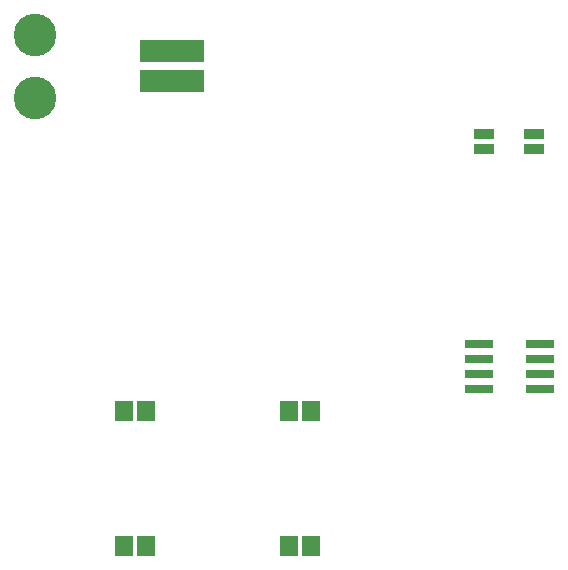
<source format=gbr>
G04 EAGLE Gerber RS-274X export*
G75*
%MOMM*%
%FSLAX34Y34*%
%LPD*%
%INSoldermask Top*%
%IPPOS*%
%AMOC8*
5,1,8,0,0,1.08239X$1,22.5*%
G01*
%ADD10R,1.503200X1.703200*%
%ADD11R,2.403200X0.803200*%
%ADD12R,1.695000X0.960000*%
%ADD13R,1.695000X0.950000*%
%ADD14R,1.790000X0.950000*%
%ADD15R,5.537200X1.854200*%
%ADD16C,3.606800*%


D10*
X142900Y292100D03*
X161900Y292100D03*
X282600Y292100D03*
X301600Y292100D03*
D11*
X443900Y450850D03*
X495900Y450850D03*
X443900Y463550D03*
X443900Y438150D03*
X443900Y425450D03*
X495900Y463550D03*
X495900Y438150D03*
X495900Y425450D03*
D12*
X490025Y641450D03*
D13*
X490025Y628500D03*
D14*
X447950Y628500D03*
X447950Y641500D03*
D10*
X282600Y406400D03*
X301600Y406400D03*
X142900Y406400D03*
X161900Y406400D03*
D15*
X184150Y685800D03*
X184150Y711200D03*
D16*
X67818Y671830D03*
X67818Y725170D03*
M02*

</source>
